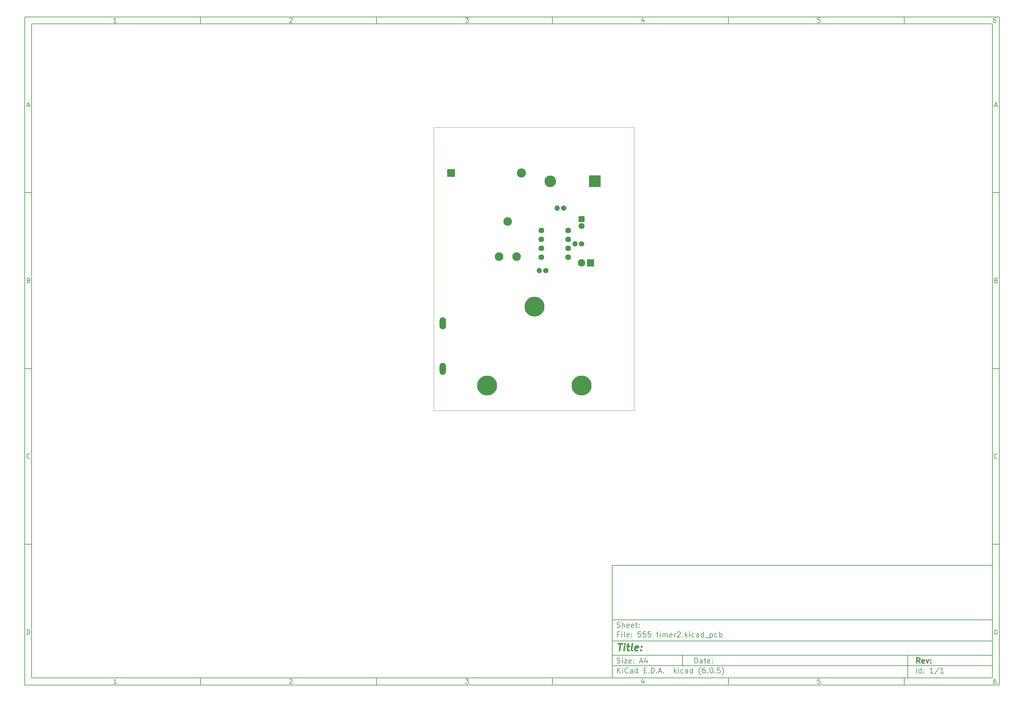
<source format=gbs>
%TF.GenerationSoftware,KiCad,Pcbnew,(6.0.5)*%
%TF.CreationDate,2022-07-10T15:06:13+05:30*%
%TF.ProjectId,555 timer2,35353520-7469-46d6-9572-322e6b696361,rev?*%
%TF.SameCoordinates,Original*%
%TF.FileFunction,Soldermask,Bot*%
%TF.FilePolarity,Negative*%
%FSLAX46Y46*%
G04 Gerber Fmt 4.6, Leading zero omitted, Abs format (unit mm)*
G04 Created by KiCad (PCBNEW (6.0.5)) date 2022-07-10 15:06:13*
%MOMM*%
%LPD*%
G01*
G04 APERTURE LIST*
G04 Aperture macros list*
%AMRoundRect*
0 Rectangle with rounded corners*
0 $1 Rounding radius*
0 $2 $3 $4 $5 $6 $7 $8 $9 X,Y pos of 4 corners*
0 Add a 4 corners polygon primitive as box body*
4,1,4,$2,$3,$4,$5,$6,$7,$8,$9,$2,$3,0*
0 Add four circle primitives for the rounded corners*
1,1,$1+$1,$2,$3*
1,1,$1+$1,$4,$5*
1,1,$1+$1,$6,$7*
1,1,$1+$1,$8,$9*
0 Add four rect primitives between the rounded corners*
20,1,$1+$1,$2,$3,$4,$5,0*
20,1,$1+$1,$4,$5,$6,$7,0*
20,1,$1+$1,$6,$7,$8,$9,0*
20,1,$1+$1,$8,$9,$2,$3,0*%
G04 Aperture macros list end*
%ADD10C,0.100000*%
%ADD11C,0.150000*%
%ADD12C,0.300000*%
%ADD13C,0.400000*%
%TA.AperFunction,Profile*%
%ADD14C,0.100000*%
%TD*%
%ADD15C,1.501600*%
%ADD16O,1.501600X1.501600*%
%ADD17C,2.441600*%
%ADD18O,1.851600X3.401600*%
%ADD19C,5.671600*%
%ADD20C,1.625600*%
%ADD21RoundRect,0.050800X-0.800000X0.800000X-0.800000X-0.800000X0.800000X-0.800000X0.800000X0.800000X0*%
%ADD22C,1.701600*%
%ADD23C,2.601600*%
%ADD24RoundRect,0.050800X-1.085000X-1.085000X1.085000X-1.085000X1.085000X1.085000X-1.085000X1.085000X0*%
%ADD25RoundRect,0.050800X1.600000X1.600000X-1.600000X1.600000X-1.600000X-1.600000X1.600000X-1.600000X0*%
%ADD26O,3.301600X3.301600*%
%ADD27RoundRect,0.050800X1.000000X1.000000X-1.000000X1.000000X-1.000000X-1.000000X1.000000X-1.000000X0*%
%ADD28C,2.101600*%
G04 APERTURE END LIST*
D10*
D11*
X177002200Y-166007200D02*
X177002200Y-198007200D01*
X285002200Y-198007200D01*
X285002200Y-166007200D01*
X177002200Y-166007200D01*
D10*
D11*
X10000000Y-10000000D02*
X10000000Y-200007200D01*
X287002200Y-200007200D01*
X287002200Y-10000000D01*
X10000000Y-10000000D01*
D10*
D11*
X12000000Y-12000000D02*
X12000000Y-198007200D01*
X285002200Y-198007200D01*
X285002200Y-12000000D01*
X12000000Y-12000000D01*
D10*
D11*
X60000000Y-12000000D02*
X60000000Y-10000000D01*
D10*
D11*
X110000000Y-12000000D02*
X110000000Y-10000000D01*
D10*
D11*
X160000000Y-12000000D02*
X160000000Y-10000000D01*
D10*
D11*
X210000000Y-12000000D02*
X210000000Y-10000000D01*
D10*
D11*
X260000000Y-12000000D02*
X260000000Y-10000000D01*
D10*
D11*
X36065476Y-11588095D02*
X35322619Y-11588095D01*
X35694047Y-11588095D02*
X35694047Y-10288095D01*
X35570238Y-10473809D01*
X35446428Y-10597619D01*
X35322619Y-10659523D01*
D10*
D11*
X85322619Y-10411904D02*
X85384523Y-10350000D01*
X85508333Y-10288095D01*
X85817857Y-10288095D01*
X85941666Y-10350000D01*
X86003571Y-10411904D01*
X86065476Y-10535714D01*
X86065476Y-10659523D01*
X86003571Y-10845238D01*
X85260714Y-11588095D01*
X86065476Y-11588095D01*
D10*
D11*
X135260714Y-10288095D02*
X136065476Y-10288095D01*
X135632142Y-10783333D01*
X135817857Y-10783333D01*
X135941666Y-10845238D01*
X136003571Y-10907142D01*
X136065476Y-11030952D01*
X136065476Y-11340476D01*
X136003571Y-11464285D01*
X135941666Y-11526190D01*
X135817857Y-11588095D01*
X135446428Y-11588095D01*
X135322619Y-11526190D01*
X135260714Y-11464285D01*
D10*
D11*
X185941666Y-10721428D02*
X185941666Y-11588095D01*
X185632142Y-10226190D02*
X185322619Y-11154761D01*
X186127380Y-11154761D01*
D10*
D11*
X236003571Y-10288095D02*
X235384523Y-10288095D01*
X235322619Y-10907142D01*
X235384523Y-10845238D01*
X235508333Y-10783333D01*
X235817857Y-10783333D01*
X235941666Y-10845238D01*
X236003571Y-10907142D01*
X236065476Y-11030952D01*
X236065476Y-11340476D01*
X236003571Y-11464285D01*
X235941666Y-11526190D01*
X235817857Y-11588095D01*
X235508333Y-11588095D01*
X235384523Y-11526190D01*
X235322619Y-11464285D01*
D10*
D11*
X285941666Y-10288095D02*
X285694047Y-10288095D01*
X285570238Y-10350000D01*
X285508333Y-10411904D01*
X285384523Y-10597619D01*
X285322619Y-10845238D01*
X285322619Y-11340476D01*
X285384523Y-11464285D01*
X285446428Y-11526190D01*
X285570238Y-11588095D01*
X285817857Y-11588095D01*
X285941666Y-11526190D01*
X286003571Y-11464285D01*
X286065476Y-11340476D01*
X286065476Y-11030952D01*
X286003571Y-10907142D01*
X285941666Y-10845238D01*
X285817857Y-10783333D01*
X285570238Y-10783333D01*
X285446428Y-10845238D01*
X285384523Y-10907142D01*
X285322619Y-11030952D01*
D10*
D11*
X60000000Y-198007200D02*
X60000000Y-200007200D01*
D10*
D11*
X110000000Y-198007200D02*
X110000000Y-200007200D01*
D10*
D11*
X160000000Y-198007200D02*
X160000000Y-200007200D01*
D10*
D11*
X210000000Y-198007200D02*
X210000000Y-200007200D01*
D10*
D11*
X260000000Y-198007200D02*
X260000000Y-200007200D01*
D10*
D11*
X36065476Y-199595295D02*
X35322619Y-199595295D01*
X35694047Y-199595295D02*
X35694047Y-198295295D01*
X35570238Y-198481009D01*
X35446428Y-198604819D01*
X35322619Y-198666723D01*
D10*
D11*
X85322619Y-198419104D02*
X85384523Y-198357200D01*
X85508333Y-198295295D01*
X85817857Y-198295295D01*
X85941666Y-198357200D01*
X86003571Y-198419104D01*
X86065476Y-198542914D01*
X86065476Y-198666723D01*
X86003571Y-198852438D01*
X85260714Y-199595295D01*
X86065476Y-199595295D01*
D10*
D11*
X135260714Y-198295295D02*
X136065476Y-198295295D01*
X135632142Y-198790533D01*
X135817857Y-198790533D01*
X135941666Y-198852438D01*
X136003571Y-198914342D01*
X136065476Y-199038152D01*
X136065476Y-199347676D01*
X136003571Y-199471485D01*
X135941666Y-199533390D01*
X135817857Y-199595295D01*
X135446428Y-199595295D01*
X135322619Y-199533390D01*
X135260714Y-199471485D01*
D10*
D11*
X185941666Y-198728628D02*
X185941666Y-199595295D01*
X185632142Y-198233390D02*
X185322619Y-199161961D01*
X186127380Y-199161961D01*
D10*
D11*
X236003571Y-198295295D02*
X235384523Y-198295295D01*
X235322619Y-198914342D01*
X235384523Y-198852438D01*
X235508333Y-198790533D01*
X235817857Y-198790533D01*
X235941666Y-198852438D01*
X236003571Y-198914342D01*
X236065476Y-199038152D01*
X236065476Y-199347676D01*
X236003571Y-199471485D01*
X235941666Y-199533390D01*
X235817857Y-199595295D01*
X235508333Y-199595295D01*
X235384523Y-199533390D01*
X235322619Y-199471485D01*
D10*
D11*
X285941666Y-198295295D02*
X285694047Y-198295295D01*
X285570238Y-198357200D01*
X285508333Y-198419104D01*
X285384523Y-198604819D01*
X285322619Y-198852438D01*
X285322619Y-199347676D01*
X285384523Y-199471485D01*
X285446428Y-199533390D01*
X285570238Y-199595295D01*
X285817857Y-199595295D01*
X285941666Y-199533390D01*
X286003571Y-199471485D01*
X286065476Y-199347676D01*
X286065476Y-199038152D01*
X286003571Y-198914342D01*
X285941666Y-198852438D01*
X285817857Y-198790533D01*
X285570238Y-198790533D01*
X285446428Y-198852438D01*
X285384523Y-198914342D01*
X285322619Y-199038152D01*
D10*
D11*
X10000000Y-60000000D02*
X12000000Y-60000000D01*
D10*
D11*
X10000000Y-110000000D02*
X12000000Y-110000000D01*
D10*
D11*
X10000000Y-160000000D02*
X12000000Y-160000000D01*
D10*
D11*
X10690476Y-35216666D02*
X11309523Y-35216666D01*
X10566666Y-35588095D02*
X11000000Y-34288095D01*
X11433333Y-35588095D01*
D10*
D11*
X11092857Y-84907142D02*
X11278571Y-84969047D01*
X11340476Y-85030952D01*
X11402380Y-85154761D01*
X11402380Y-85340476D01*
X11340476Y-85464285D01*
X11278571Y-85526190D01*
X11154761Y-85588095D01*
X10659523Y-85588095D01*
X10659523Y-84288095D01*
X11092857Y-84288095D01*
X11216666Y-84350000D01*
X11278571Y-84411904D01*
X11340476Y-84535714D01*
X11340476Y-84659523D01*
X11278571Y-84783333D01*
X11216666Y-84845238D01*
X11092857Y-84907142D01*
X10659523Y-84907142D01*
D10*
D11*
X11402380Y-135464285D02*
X11340476Y-135526190D01*
X11154761Y-135588095D01*
X11030952Y-135588095D01*
X10845238Y-135526190D01*
X10721428Y-135402380D01*
X10659523Y-135278571D01*
X10597619Y-135030952D01*
X10597619Y-134845238D01*
X10659523Y-134597619D01*
X10721428Y-134473809D01*
X10845238Y-134350000D01*
X11030952Y-134288095D01*
X11154761Y-134288095D01*
X11340476Y-134350000D01*
X11402380Y-134411904D01*
D10*
D11*
X10659523Y-185588095D02*
X10659523Y-184288095D01*
X10969047Y-184288095D01*
X11154761Y-184350000D01*
X11278571Y-184473809D01*
X11340476Y-184597619D01*
X11402380Y-184845238D01*
X11402380Y-185030952D01*
X11340476Y-185278571D01*
X11278571Y-185402380D01*
X11154761Y-185526190D01*
X10969047Y-185588095D01*
X10659523Y-185588095D01*
D10*
D11*
X287002200Y-60000000D02*
X285002200Y-60000000D01*
D10*
D11*
X287002200Y-110000000D02*
X285002200Y-110000000D01*
D10*
D11*
X287002200Y-160000000D02*
X285002200Y-160000000D01*
D10*
D11*
X285692676Y-35216666D02*
X286311723Y-35216666D01*
X285568866Y-35588095D02*
X286002200Y-34288095D01*
X286435533Y-35588095D01*
D10*
D11*
X286095057Y-84907142D02*
X286280771Y-84969047D01*
X286342676Y-85030952D01*
X286404580Y-85154761D01*
X286404580Y-85340476D01*
X286342676Y-85464285D01*
X286280771Y-85526190D01*
X286156961Y-85588095D01*
X285661723Y-85588095D01*
X285661723Y-84288095D01*
X286095057Y-84288095D01*
X286218866Y-84350000D01*
X286280771Y-84411904D01*
X286342676Y-84535714D01*
X286342676Y-84659523D01*
X286280771Y-84783333D01*
X286218866Y-84845238D01*
X286095057Y-84907142D01*
X285661723Y-84907142D01*
D10*
D11*
X286404580Y-135464285D02*
X286342676Y-135526190D01*
X286156961Y-135588095D01*
X286033152Y-135588095D01*
X285847438Y-135526190D01*
X285723628Y-135402380D01*
X285661723Y-135278571D01*
X285599819Y-135030952D01*
X285599819Y-134845238D01*
X285661723Y-134597619D01*
X285723628Y-134473809D01*
X285847438Y-134350000D01*
X286033152Y-134288095D01*
X286156961Y-134288095D01*
X286342676Y-134350000D01*
X286404580Y-134411904D01*
D10*
D11*
X285661723Y-185588095D02*
X285661723Y-184288095D01*
X285971247Y-184288095D01*
X286156961Y-184350000D01*
X286280771Y-184473809D01*
X286342676Y-184597619D01*
X286404580Y-184845238D01*
X286404580Y-185030952D01*
X286342676Y-185278571D01*
X286280771Y-185402380D01*
X286156961Y-185526190D01*
X285971247Y-185588095D01*
X285661723Y-185588095D01*
D10*
D11*
X200434342Y-193785771D02*
X200434342Y-192285771D01*
X200791485Y-192285771D01*
X201005771Y-192357200D01*
X201148628Y-192500057D01*
X201220057Y-192642914D01*
X201291485Y-192928628D01*
X201291485Y-193142914D01*
X201220057Y-193428628D01*
X201148628Y-193571485D01*
X201005771Y-193714342D01*
X200791485Y-193785771D01*
X200434342Y-193785771D01*
X202577200Y-193785771D02*
X202577200Y-193000057D01*
X202505771Y-192857200D01*
X202362914Y-192785771D01*
X202077200Y-192785771D01*
X201934342Y-192857200D01*
X202577200Y-193714342D02*
X202434342Y-193785771D01*
X202077200Y-193785771D01*
X201934342Y-193714342D01*
X201862914Y-193571485D01*
X201862914Y-193428628D01*
X201934342Y-193285771D01*
X202077200Y-193214342D01*
X202434342Y-193214342D01*
X202577200Y-193142914D01*
X203077200Y-192785771D02*
X203648628Y-192785771D01*
X203291485Y-192285771D02*
X203291485Y-193571485D01*
X203362914Y-193714342D01*
X203505771Y-193785771D01*
X203648628Y-193785771D01*
X204720057Y-193714342D02*
X204577200Y-193785771D01*
X204291485Y-193785771D01*
X204148628Y-193714342D01*
X204077200Y-193571485D01*
X204077200Y-193000057D01*
X204148628Y-192857200D01*
X204291485Y-192785771D01*
X204577200Y-192785771D01*
X204720057Y-192857200D01*
X204791485Y-193000057D01*
X204791485Y-193142914D01*
X204077200Y-193285771D01*
X205434342Y-193642914D02*
X205505771Y-193714342D01*
X205434342Y-193785771D01*
X205362914Y-193714342D01*
X205434342Y-193642914D01*
X205434342Y-193785771D01*
X205434342Y-192857200D02*
X205505771Y-192928628D01*
X205434342Y-193000057D01*
X205362914Y-192928628D01*
X205434342Y-192857200D01*
X205434342Y-193000057D01*
D10*
D11*
X177002200Y-194507200D02*
X285002200Y-194507200D01*
D10*
D11*
X178434342Y-196585771D02*
X178434342Y-195085771D01*
X179291485Y-196585771D02*
X178648628Y-195728628D01*
X179291485Y-195085771D02*
X178434342Y-195942914D01*
X179934342Y-196585771D02*
X179934342Y-195585771D01*
X179934342Y-195085771D02*
X179862914Y-195157200D01*
X179934342Y-195228628D01*
X180005771Y-195157200D01*
X179934342Y-195085771D01*
X179934342Y-195228628D01*
X181505771Y-196442914D02*
X181434342Y-196514342D01*
X181220057Y-196585771D01*
X181077200Y-196585771D01*
X180862914Y-196514342D01*
X180720057Y-196371485D01*
X180648628Y-196228628D01*
X180577200Y-195942914D01*
X180577200Y-195728628D01*
X180648628Y-195442914D01*
X180720057Y-195300057D01*
X180862914Y-195157200D01*
X181077200Y-195085771D01*
X181220057Y-195085771D01*
X181434342Y-195157200D01*
X181505771Y-195228628D01*
X182791485Y-196585771D02*
X182791485Y-195800057D01*
X182720057Y-195657200D01*
X182577200Y-195585771D01*
X182291485Y-195585771D01*
X182148628Y-195657200D01*
X182791485Y-196514342D02*
X182648628Y-196585771D01*
X182291485Y-196585771D01*
X182148628Y-196514342D01*
X182077200Y-196371485D01*
X182077200Y-196228628D01*
X182148628Y-196085771D01*
X182291485Y-196014342D01*
X182648628Y-196014342D01*
X182791485Y-195942914D01*
X184148628Y-196585771D02*
X184148628Y-195085771D01*
X184148628Y-196514342D02*
X184005771Y-196585771D01*
X183720057Y-196585771D01*
X183577200Y-196514342D01*
X183505771Y-196442914D01*
X183434342Y-196300057D01*
X183434342Y-195871485D01*
X183505771Y-195728628D01*
X183577200Y-195657200D01*
X183720057Y-195585771D01*
X184005771Y-195585771D01*
X184148628Y-195657200D01*
X186005771Y-195800057D02*
X186505771Y-195800057D01*
X186720057Y-196585771D02*
X186005771Y-196585771D01*
X186005771Y-195085771D01*
X186720057Y-195085771D01*
X187362914Y-196442914D02*
X187434342Y-196514342D01*
X187362914Y-196585771D01*
X187291485Y-196514342D01*
X187362914Y-196442914D01*
X187362914Y-196585771D01*
X188077200Y-196585771D02*
X188077200Y-195085771D01*
X188434342Y-195085771D01*
X188648628Y-195157200D01*
X188791485Y-195300057D01*
X188862914Y-195442914D01*
X188934342Y-195728628D01*
X188934342Y-195942914D01*
X188862914Y-196228628D01*
X188791485Y-196371485D01*
X188648628Y-196514342D01*
X188434342Y-196585771D01*
X188077200Y-196585771D01*
X189577200Y-196442914D02*
X189648628Y-196514342D01*
X189577200Y-196585771D01*
X189505771Y-196514342D01*
X189577200Y-196442914D01*
X189577200Y-196585771D01*
X190220057Y-196157200D02*
X190934342Y-196157200D01*
X190077200Y-196585771D02*
X190577200Y-195085771D01*
X191077200Y-196585771D01*
X191577200Y-196442914D02*
X191648628Y-196514342D01*
X191577200Y-196585771D01*
X191505771Y-196514342D01*
X191577200Y-196442914D01*
X191577200Y-196585771D01*
X194577200Y-196585771D02*
X194577200Y-195085771D01*
X194720057Y-196014342D02*
X195148628Y-196585771D01*
X195148628Y-195585771D02*
X194577200Y-196157200D01*
X195791485Y-196585771D02*
X195791485Y-195585771D01*
X195791485Y-195085771D02*
X195720057Y-195157200D01*
X195791485Y-195228628D01*
X195862914Y-195157200D01*
X195791485Y-195085771D01*
X195791485Y-195228628D01*
X197148628Y-196514342D02*
X197005771Y-196585771D01*
X196720057Y-196585771D01*
X196577200Y-196514342D01*
X196505771Y-196442914D01*
X196434342Y-196300057D01*
X196434342Y-195871485D01*
X196505771Y-195728628D01*
X196577200Y-195657200D01*
X196720057Y-195585771D01*
X197005771Y-195585771D01*
X197148628Y-195657200D01*
X198434342Y-196585771D02*
X198434342Y-195800057D01*
X198362914Y-195657200D01*
X198220057Y-195585771D01*
X197934342Y-195585771D01*
X197791485Y-195657200D01*
X198434342Y-196514342D02*
X198291485Y-196585771D01*
X197934342Y-196585771D01*
X197791485Y-196514342D01*
X197720057Y-196371485D01*
X197720057Y-196228628D01*
X197791485Y-196085771D01*
X197934342Y-196014342D01*
X198291485Y-196014342D01*
X198434342Y-195942914D01*
X199791485Y-196585771D02*
X199791485Y-195085771D01*
X199791485Y-196514342D02*
X199648628Y-196585771D01*
X199362914Y-196585771D01*
X199220057Y-196514342D01*
X199148628Y-196442914D01*
X199077200Y-196300057D01*
X199077200Y-195871485D01*
X199148628Y-195728628D01*
X199220057Y-195657200D01*
X199362914Y-195585771D01*
X199648628Y-195585771D01*
X199791485Y-195657200D01*
X202077200Y-197157200D02*
X202005771Y-197085771D01*
X201862914Y-196871485D01*
X201791485Y-196728628D01*
X201720057Y-196514342D01*
X201648628Y-196157200D01*
X201648628Y-195871485D01*
X201720057Y-195514342D01*
X201791485Y-195300057D01*
X201862914Y-195157200D01*
X202005771Y-194942914D01*
X202077200Y-194871485D01*
X203291485Y-195085771D02*
X203005771Y-195085771D01*
X202862914Y-195157200D01*
X202791485Y-195228628D01*
X202648628Y-195442914D01*
X202577200Y-195728628D01*
X202577200Y-196300057D01*
X202648628Y-196442914D01*
X202720057Y-196514342D01*
X202862914Y-196585771D01*
X203148628Y-196585771D01*
X203291485Y-196514342D01*
X203362914Y-196442914D01*
X203434342Y-196300057D01*
X203434342Y-195942914D01*
X203362914Y-195800057D01*
X203291485Y-195728628D01*
X203148628Y-195657200D01*
X202862914Y-195657200D01*
X202720057Y-195728628D01*
X202648628Y-195800057D01*
X202577200Y-195942914D01*
X204077200Y-196442914D02*
X204148628Y-196514342D01*
X204077200Y-196585771D01*
X204005771Y-196514342D01*
X204077200Y-196442914D01*
X204077200Y-196585771D01*
X205077200Y-195085771D02*
X205220057Y-195085771D01*
X205362914Y-195157200D01*
X205434342Y-195228628D01*
X205505771Y-195371485D01*
X205577200Y-195657200D01*
X205577200Y-196014342D01*
X205505771Y-196300057D01*
X205434342Y-196442914D01*
X205362914Y-196514342D01*
X205220057Y-196585771D01*
X205077200Y-196585771D01*
X204934342Y-196514342D01*
X204862914Y-196442914D01*
X204791485Y-196300057D01*
X204720057Y-196014342D01*
X204720057Y-195657200D01*
X204791485Y-195371485D01*
X204862914Y-195228628D01*
X204934342Y-195157200D01*
X205077200Y-195085771D01*
X206220057Y-196442914D02*
X206291485Y-196514342D01*
X206220057Y-196585771D01*
X206148628Y-196514342D01*
X206220057Y-196442914D01*
X206220057Y-196585771D01*
X207648628Y-195085771D02*
X206934342Y-195085771D01*
X206862914Y-195800057D01*
X206934342Y-195728628D01*
X207077200Y-195657200D01*
X207434342Y-195657200D01*
X207577200Y-195728628D01*
X207648628Y-195800057D01*
X207720057Y-195942914D01*
X207720057Y-196300057D01*
X207648628Y-196442914D01*
X207577200Y-196514342D01*
X207434342Y-196585771D01*
X207077200Y-196585771D01*
X206934342Y-196514342D01*
X206862914Y-196442914D01*
X208220057Y-197157200D02*
X208291485Y-197085771D01*
X208434342Y-196871485D01*
X208505771Y-196728628D01*
X208577200Y-196514342D01*
X208648628Y-196157200D01*
X208648628Y-195871485D01*
X208577200Y-195514342D01*
X208505771Y-195300057D01*
X208434342Y-195157200D01*
X208291485Y-194942914D01*
X208220057Y-194871485D01*
D10*
D11*
X177002200Y-191507200D02*
X285002200Y-191507200D01*
D10*
D12*
X264411485Y-193785771D02*
X263911485Y-193071485D01*
X263554342Y-193785771D02*
X263554342Y-192285771D01*
X264125771Y-192285771D01*
X264268628Y-192357200D01*
X264340057Y-192428628D01*
X264411485Y-192571485D01*
X264411485Y-192785771D01*
X264340057Y-192928628D01*
X264268628Y-193000057D01*
X264125771Y-193071485D01*
X263554342Y-193071485D01*
X265625771Y-193714342D02*
X265482914Y-193785771D01*
X265197200Y-193785771D01*
X265054342Y-193714342D01*
X264982914Y-193571485D01*
X264982914Y-193000057D01*
X265054342Y-192857200D01*
X265197200Y-192785771D01*
X265482914Y-192785771D01*
X265625771Y-192857200D01*
X265697200Y-193000057D01*
X265697200Y-193142914D01*
X264982914Y-193285771D01*
X266197200Y-192785771D02*
X266554342Y-193785771D01*
X266911485Y-192785771D01*
X267482914Y-193642914D02*
X267554342Y-193714342D01*
X267482914Y-193785771D01*
X267411485Y-193714342D01*
X267482914Y-193642914D01*
X267482914Y-193785771D01*
X267482914Y-192857200D02*
X267554342Y-192928628D01*
X267482914Y-193000057D01*
X267411485Y-192928628D01*
X267482914Y-192857200D01*
X267482914Y-193000057D01*
D10*
D11*
X178362914Y-193714342D02*
X178577200Y-193785771D01*
X178934342Y-193785771D01*
X179077200Y-193714342D01*
X179148628Y-193642914D01*
X179220057Y-193500057D01*
X179220057Y-193357200D01*
X179148628Y-193214342D01*
X179077200Y-193142914D01*
X178934342Y-193071485D01*
X178648628Y-193000057D01*
X178505771Y-192928628D01*
X178434342Y-192857200D01*
X178362914Y-192714342D01*
X178362914Y-192571485D01*
X178434342Y-192428628D01*
X178505771Y-192357200D01*
X178648628Y-192285771D01*
X179005771Y-192285771D01*
X179220057Y-192357200D01*
X179862914Y-193785771D02*
X179862914Y-192785771D01*
X179862914Y-192285771D02*
X179791485Y-192357200D01*
X179862914Y-192428628D01*
X179934342Y-192357200D01*
X179862914Y-192285771D01*
X179862914Y-192428628D01*
X180434342Y-192785771D02*
X181220057Y-192785771D01*
X180434342Y-193785771D01*
X181220057Y-193785771D01*
X182362914Y-193714342D02*
X182220057Y-193785771D01*
X181934342Y-193785771D01*
X181791485Y-193714342D01*
X181720057Y-193571485D01*
X181720057Y-193000057D01*
X181791485Y-192857200D01*
X181934342Y-192785771D01*
X182220057Y-192785771D01*
X182362914Y-192857200D01*
X182434342Y-193000057D01*
X182434342Y-193142914D01*
X181720057Y-193285771D01*
X183077200Y-193642914D02*
X183148628Y-193714342D01*
X183077200Y-193785771D01*
X183005771Y-193714342D01*
X183077200Y-193642914D01*
X183077200Y-193785771D01*
X183077200Y-192857200D02*
X183148628Y-192928628D01*
X183077200Y-193000057D01*
X183005771Y-192928628D01*
X183077200Y-192857200D01*
X183077200Y-193000057D01*
X184862914Y-193357200D02*
X185577200Y-193357200D01*
X184720057Y-193785771D02*
X185220057Y-192285771D01*
X185720057Y-193785771D01*
X186862914Y-192785771D02*
X186862914Y-193785771D01*
X186505771Y-192214342D02*
X186148628Y-193285771D01*
X187077200Y-193285771D01*
D10*
D11*
X263434342Y-196585771D02*
X263434342Y-195085771D01*
X264791485Y-196585771D02*
X264791485Y-195085771D01*
X264791485Y-196514342D02*
X264648628Y-196585771D01*
X264362914Y-196585771D01*
X264220057Y-196514342D01*
X264148628Y-196442914D01*
X264077200Y-196300057D01*
X264077200Y-195871485D01*
X264148628Y-195728628D01*
X264220057Y-195657200D01*
X264362914Y-195585771D01*
X264648628Y-195585771D01*
X264791485Y-195657200D01*
X265505771Y-196442914D02*
X265577200Y-196514342D01*
X265505771Y-196585771D01*
X265434342Y-196514342D01*
X265505771Y-196442914D01*
X265505771Y-196585771D01*
X265505771Y-195657200D02*
X265577200Y-195728628D01*
X265505771Y-195800057D01*
X265434342Y-195728628D01*
X265505771Y-195657200D01*
X265505771Y-195800057D01*
X268148628Y-196585771D02*
X267291485Y-196585771D01*
X267720057Y-196585771D02*
X267720057Y-195085771D01*
X267577200Y-195300057D01*
X267434342Y-195442914D01*
X267291485Y-195514342D01*
X269862914Y-195014342D02*
X268577200Y-196942914D01*
X271148628Y-196585771D02*
X270291485Y-196585771D01*
X270720057Y-196585771D02*
X270720057Y-195085771D01*
X270577200Y-195300057D01*
X270434342Y-195442914D01*
X270291485Y-195514342D01*
D10*
D11*
X177002200Y-187507200D02*
X285002200Y-187507200D01*
D10*
D13*
X178714580Y-188211961D02*
X179857438Y-188211961D01*
X179036009Y-190211961D02*
X179286009Y-188211961D01*
X180274104Y-190211961D02*
X180440771Y-188878628D01*
X180524104Y-188211961D02*
X180416961Y-188307200D01*
X180500295Y-188402438D01*
X180607438Y-188307200D01*
X180524104Y-188211961D01*
X180500295Y-188402438D01*
X181107438Y-188878628D02*
X181869342Y-188878628D01*
X181476485Y-188211961D02*
X181262200Y-189926247D01*
X181333628Y-190116723D01*
X181512200Y-190211961D01*
X181702676Y-190211961D01*
X182655057Y-190211961D02*
X182476485Y-190116723D01*
X182405057Y-189926247D01*
X182619342Y-188211961D01*
X184190771Y-190116723D02*
X183988390Y-190211961D01*
X183607438Y-190211961D01*
X183428866Y-190116723D01*
X183357438Y-189926247D01*
X183452676Y-189164342D01*
X183571723Y-188973866D01*
X183774104Y-188878628D01*
X184155057Y-188878628D01*
X184333628Y-188973866D01*
X184405057Y-189164342D01*
X184381247Y-189354819D01*
X183405057Y-189545295D01*
X185155057Y-190021485D02*
X185238390Y-190116723D01*
X185131247Y-190211961D01*
X185047914Y-190116723D01*
X185155057Y-190021485D01*
X185131247Y-190211961D01*
X185286009Y-188973866D02*
X185369342Y-189069104D01*
X185262200Y-189164342D01*
X185178866Y-189069104D01*
X185286009Y-188973866D01*
X185262200Y-189164342D01*
D10*
D11*
X178934342Y-185600057D02*
X178434342Y-185600057D01*
X178434342Y-186385771D02*
X178434342Y-184885771D01*
X179148628Y-184885771D01*
X179720057Y-186385771D02*
X179720057Y-185385771D01*
X179720057Y-184885771D02*
X179648628Y-184957200D01*
X179720057Y-185028628D01*
X179791485Y-184957200D01*
X179720057Y-184885771D01*
X179720057Y-185028628D01*
X180648628Y-186385771D02*
X180505771Y-186314342D01*
X180434342Y-186171485D01*
X180434342Y-184885771D01*
X181791485Y-186314342D02*
X181648628Y-186385771D01*
X181362914Y-186385771D01*
X181220057Y-186314342D01*
X181148628Y-186171485D01*
X181148628Y-185600057D01*
X181220057Y-185457200D01*
X181362914Y-185385771D01*
X181648628Y-185385771D01*
X181791485Y-185457200D01*
X181862914Y-185600057D01*
X181862914Y-185742914D01*
X181148628Y-185885771D01*
X182505771Y-186242914D02*
X182577200Y-186314342D01*
X182505771Y-186385771D01*
X182434342Y-186314342D01*
X182505771Y-186242914D01*
X182505771Y-186385771D01*
X182505771Y-185457200D02*
X182577200Y-185528628D01*
X182505771Y-185600057D01*
X182434342Y-185528628D01*
X182505771Y-185457200D01*
X182505771Y-185600057D01*
X185077200Y-184885771D02*
X184362914Y-184885771D01*
X184291485Y-185600057D01*
X184362914Y-185528628D01*
X184505771Y-185457200D01*
X184862914Y-185457200D01*
X185005771Y-185528628D01*
X185077200Y-185600057D01*
X185148628Y-185742914D01*
X185148628Y-186100057D01*
X185077200Y-186242914D01*
X185005771Y-186314342D01*
X184862914Y-186385771D01*
X184505771Y-186385771D01*
X184362914Y-186314342D01*
X184291485Y-186242914D01*
X186505771Y-184885771D02*
X185791485Y-184885771D01*
X185720057Y-185600057D01*
X185791485Y-185528628D01*
X185934342Y-185457200D01*
X186291485Y-185457200D01*
X186434342Y-185528628D01*
X186505771Y-185600057D01*
X186577200Y-185742914D01*
X186577200Y-186100057D01*
X186505771Y-186242914D01*
X186434342Y-186314342D01*
X186291485Y-186385771D01*
X185934342Y-186385771D01*
X185791485Y-186314342D01*
X185720057Y-186242914D01*
X187934342Y-184885771D02*
X187220057Y-184885771D01*
X187148628Y-185600057D01*
X187220057Y-185528628D01*
X187362914Y-185457200D01*
X187720057Y-185457200D01*
X187862914Y-185528628D01*
X187934342Y-185600057D01*
X188005771Y-185742914D01*
X188005771Y-186100057D01*
X187934342Y-186242914D01*
X187862914Y-186314342D01*
X187720057Y-186385771D01*
X187362914Y-186385771D01*
X187220057Y-186314342D01*
X187148628Y-186242914D01*
X189577200Y-185385771D02*
X190148628Y-185385771D01*
X189791485Y-184885771D02*
X189791485Y-186171485D01*
X189862914Y-186314342D01*
X190005771Y-186385771D01*
X190148628Y-186385771D01*
X190648628Y-186385771D02*
X190648628Y-185385771D01*
X190648628Y-184885771D02*
X190577200Y-184957200D01*
X190648628Y-185028628D01*
X190720057Y-184957200D01*
X190648628Y-184885771D01*
X190648628Y-185028628D01*
X191362914Y-186385771D02*
X191362914Y-185385771D01*
X191362914Y-185528628D02*
X191434342Y-185457200D01*
X191577200Y-185385771D01*
X191791485Y-185385771D01*
X191934342Y-185457200D01*
X192005771Y-185600057D01*
X192005771Y-186385771D01*
X192005771Y-185600057D02*
X192077200Y-185457200D01*
X192220057Y-185385771D01*
X192434342Y-185385771D01*
X192577200Y-185457200D01*
X192648628Y-185600057D01*
X192648628Y-186385771D01*
X193934342Y-186314342D02*
X193791485Y-186385771D01*
X193505771Y-186385771D01*
X193362914Y-186314342D01*
X193291485Y-186171485D01*
X193291485Y-185600057D01*
X193362914Y-185457200D01*
X193505771Y-185385771D01*
X193791485Y-185385771D01*
X193934342Y-185457200D01*
X194005771Y-185600057D01*
X194005771Y-185742914D01*
X193291485Y-185885771D01*
X194648628Y-186385771D02*
X194648628Y-185385771D01*
X194648628Y-185671485D02*
X194720057Y-185528628D01*
X194791485Y-185457200D01*
X194934342Y-185385771D01*
X195077200Y-185385771D01*
X195505771Y-185028628D02*
X195577200Y-184957200D01*
X195720057Y-184885771D01*
X196077200Y-184885771D01*
X196220057Y-184957200D01*
X196291485Y-185028628D01*
X196362914Y-185171485D01*
X196362914Y-185314342D01*
X196291485Y-185528628D01*
X195434342Y-186385771D01*
X196362914Y-186385771D01*
X197005771Y-186242914D02*
X197077200Y-186314342D01*
X197005771Y-186385771D01*
X196934342Y-186314342D01*
X197005771Y-186242914D01*
X197005771Y-186385771D01*
X197720057Y-186385771D02*
X197720057Y-184885771D01*
X197862914Y-185814342D02*
X198291485Y-186385771D01*
X198291485Y-185385771D02*
X197720057Y-185957200D01*
X198934342Y-186385771D02*
X198934342Y-185385771D01*
X198934342Y-184885771D02*
X198862914Y-184957200D01*
X198934342Y-185028628D01*
X199005771Y-184957200D01*
X198934342Y-184885771D01*
X198934342Y-185028628D01*
X200291485Y-186314342D02*
X200148628Y-186385771D01*
X199862914Y-186385771D01*
X199720057Y-186314342D01*
X199648628Y-186242914D01*
X199577200Y-186100057D01*
X199577200Y-185671485D01*
X199648628Y-185528628D01*
X199720057Y-185457200D01*
X199862914Y-185385771D01*
X200148628Y-185385771D01*
X200291485Y-185457200D01*
X201577200Y-186385771D02*
X201577200Y-185600057D01*
X201505771Y-185457200D01*
X201362914Y-185385771D01*
X201077200Y-185385771D01*
X200934342Y-185457200D01*
X201577200Y-186314342D02*
X201434342Y-186385771D01*
X201077200Y-186385771D01*
X200934342Y-186314342D01*
X200862914Y-186171485D01*
X200862914Y-186028628D01*
X200934342Y-185885771D01*
X201077200Y-185814342D01*
X201434342Y-185814342D01*
X201577200Y-185742914D01*
X202934342Y-186385771D02*
X202934342Y-184885771D01*
X202934342Y-186314342D02*
X202791485Y-186385771D01*
X202505771Y-186385771D01*
X202362914Y-186314342D01*
X202291485Y-186242914D01*
X202220057Y-186100057D01*
X202220057Y-185671485D01*
X202291485Y-185528628D01*
X202362914Y-185457200D01*
X202505771Y-185385771D01*
X202791485Y-185385771D01*
X202934342Y-185457200D01*
X203291485Y-186528628D02*
X204434342Y-186528628D01*
X204791485Y-185385771D02*
X204791485Y-186885771D01*
X204791485Y-185457200D02*
X204934342Y-185385771D01*
X205220057Y-185385771D01*
X205362914Y-185457200D01*
X205434342Y-185528628D01*
X205505771Y-185671485D01*
X205505771Y-186100057D01*
X205434342Y-186242914D01*
X205362914Y-186314342D01*
X205220057Y-186385771D01*
X204934342Y-186385771D01*
X204791485Y-186314342D01*
X206791485Y-186314342D02*
X206648628Y-186385771D01*
X206362914Y-186385771D01*
X206220057Y-186314342D01*
X206148628Y-186242914D01*
X206077200Y-186100057D01*
X206077200Y-185671485D01*
X206148628Y-185528628D01*
X206220057Y-185457200D01*
X206362914Y-185385771D01*
X206648628Y-185385771D01*
X206791485Y-185457200D01*
X207434342Y-186385771D02*
X207434342Y-184885771D01*
X207434342Y-185457200D02*
X207577200Y-185385771D01*
X207862914Y-185385771D01*
X208005771Y-185457200D01*
X208077200Y-185528628D01*
X208148628Y-185671485D01*
X208148628Y-186100057D01*
X208077200Y-186242914D01*
X208005771Y-186314342D01*
X207862914Y-186385771D01*
X207577200Y-186385771D01*
X207434342Y-186314342D01*
D10*
D11*
X177002200Y-181507200D02*
X285002200Y-181507200D01*
D10*
D11*
X178362914Y-183614342D02*
X178577200Y-183685771D01*
X178934342Y-183685771D01*
X179077200Y-183614342D01*
X179148628Y-183542914D01*
X179220057Y-183400057D01*
X179220057Y-183257200D01*
X179148628Y-183114342D01*
X179077200Y-183042914D01*
X178934342Y-182971485D01*
X178648628Y-182900057D01*
X178505771Y-182828628D01*
X178434342Y-182757200D01*
X178362914Y-182614342D01*
X178362914Y-182471485D01*
X178434342Y-182328628D01*
X178505771Y-182257200D01*
X178648628Y-182185771D01*
X179005771Y-182185771D01*
X179220057Y-182257200D01*
X179862914Y-183685771D02*
X179862914Y-182185771D01*
X180505771Y-183685771D02*
X180505771Y-182900057D01*
X180434342Y-182757200D01*
X180291485Y-182685771D01*
X180077200Y-182685771D01*
X179934342Y-182757200D01*
X179862914Y-182828628D01*
X181791485Y-183614342D02*
X181648628Y-183685771D01*
X181362914Y-183685771D01*
X181220057Y-183614342D01*
X181148628Y-183471485D01*
X181148628Y-182900057D01*
X181220057Y-182757200D01*
X181362914Y-182685771D01*
X181648628Y-182685771D01*
X181791485Y-182757200D01*
X181862914Y-182900057D01*
X181862914Y-183042914D01*
X181148628Y-183185771D01*
X183077200Y-183614342D02*
X182934342Y-183685771D01*
X182648628Y-183685771D01*
X182505771Y-183614342D01*
X182434342Y-183471485D01*
X182434342Y-182900057D01*
X182505771Y-182757200D01*
X182648628Y-182685771D01*
X182934342Y-182685771D01*
X183077200Y-182757200D01*
X183148628Y-182900057D01*
X183148628Y-183042914D01*
X182434342Y-183185771D01*
X183577200Y-182685771D02*
X184148628Y-182685771D01*
X183791485Y-182185771D02*
X183791485Y-183471485D01*
X183862914Y-183614342D01*
X184005771Y-183685771D01*
X184148628Y-183685771D01*
X184648628Y-183542914D02*
X184720057Y-183614342D01*
X184648628Y-183685771D01*
X184577200Y-183614342D01*
X184648628Y-183542914D01*
X184648628Y-183685771D01*
X184648628Y-182757200D02*
X184720057Y-182828628D01*
X184648628Y-182900057D01*
X184577200Y-182828628D01*
X184648628Y-182757200D01*
X184648628Y-182900057D01*
D10*
D12*
D10*
D11*
D10*
D11*
D10*
D11*
D10*
D11*
D10*
D11*
X197002200Y-191507200D02*
X197002200Y-194507200D01*
D10*
D11*
X261002200Y-191507200D02*
X261002200Y-198007200D01*
D14*
X126238000Y-41402000D02*
X183134000Y-41402000D01*
X126238000Y-121920000D02*
X126238000Y-41402000D01*
X183134000Y-121920000D02*
X126238000Y-121920000D01*
X183134000Y-41402000D02*
X183134000Y-121920000D01*
D15*
%TO.C,R2*%
X163200000Y-64415000D03*
D16*
X161300000Y-64415000D03*
%TD*%
D15*
%TO.C,R1*%
X158120000Y-82195000D03*
D16*
X156220000Y-82195000D03*
%TD*%
D17*
%TO.C,RV1*%
X149795000Y-78152000D03*
X147295000Y-68152000D03*
X144795000Y-78152000D03*
%TD*%
D15*
%TO.C,R3*%
X168280000Y-74575000D03*
D16*
X166380000Y-74575000D03*
%TD*%
D18*
%TO.C,BAT2*%
X128776000Y-110132000D03*
D19*
X168266000Y-114872000D03*
X141396000Y-114872000D03*
X154886000Y-92372000D03*
D18*
X128776000Y-97182000D03*
%TD*%
D20*
%TO.C,U1*%
X164439600Y-78333600D03*
X164439600Y-75793600D03*
X164439600Y-73253600D03*
X164439600Y-70713600D03*
X156819600Y-70713600D03*
X156819600Y-73253600D03*
X156819600Y-75793600D03*
X156819600Y-78333600D03*
%TD*%
D21*
%TO.C,C1*%
X168280000Y-67495000D03*
D22*
X168280000Y-69495000D03*
%TD*%
D23*
%TO.C,BAT1*%
X151178300Y-54356000D03*
D24*
X131178300Y-54356000D03*
%TD*%
D25*
%TO.C,D3*%
X172090000Y-56795000D03*
D26*
X159390000Y-56795000D03*
%TD*%
D27*
%TO.C,D1*%
X170820000Y-79975000D03*
D28*
X168280000Y-79975000D03*
%TD*%
M02*

</source>
